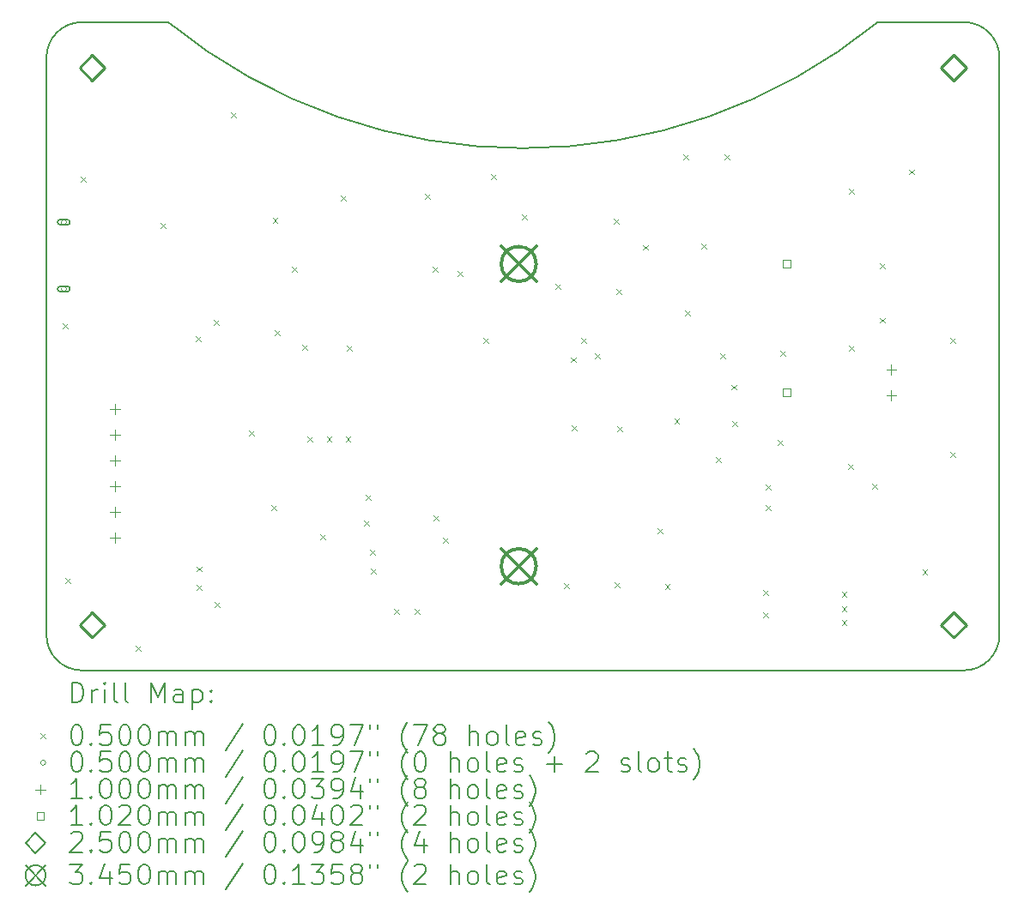
<source format=gbr>
%TF.GenerationSoftware,KiCad,Pcbnew,6.0.11-2627ca5db0~126~ubuntu20.04.1*%
%TF.CreationDate,2023-04-04T17:06:59-04:00*%
%TF.ProjectId,water_meter,77617465-725f-46d6-9574-65722e6b6963,rev?*%
%TF.SameCoordinates,Original*%
%TF.FileFunction,Drillmap*%
%TF.FilePolarity,Positive*%
%FSLAX45Y45*%
G04 Gerber Fmt 4.5, Leading zero omitted, Abs format (unit mm)*
G04 Created by KiCad (PCBNEW 6.0.11-2627ca5db0~126~ubuntu20.04.1) date 2023-04-04 17:06:59*
%MOMM*%
%LPD*%
G01*
G04 APERTURE LIST*
%ADD10C,0.150000*%
%ADD11C,0.200000*%
%ADD12C,0.050000*%
%ADD13C,0.100000*%
%ADD14C,0.102000*%
%ADD15C,0.250000*%
%ADD16C,0.345000*%
G04 APERTURE END LIST*
D10*
X11385000Y-8366000D02*
X12235000Y-8366000D01*
X11035000Y-8716000D02*
X11035000Y-14416000D01*
X19235000Y-8366000D02*
X20085000Y-8366000D01*
X20435000Y-14416000D02*
X20435000Y-8716000D01*
X12235000Y-8366000D02*
G75*
G03*
X19235000Y-8366000I3500000J4300000D01*
G01*
X11035000Y-14416000D02*
G75*
G03*
X11385000Y-14766000I350000J0D01*
G01*
X20435000Y-8716000D02*
G75*
G03*
X20085000Y-8366000I-350000J0D01*
G01*
X11385000Y-8366000D02*
G75*
G03*
X11035000Y-8716000I0J-350000D01*
G01*
X20085000Y-14766000D02*
G75*
G03*
X20435000Y-14416000I0J350000D01*
G01*
X11385000Y-14766000D02*
X20085000Y-14766000D01*
D11*
D12*
X11196000Y-11340000D02*
X11246000Y-11390000D01*
X11246000Y-11340000D02*
X11196000Y-11390000D01*
X11219000Y-13854000D02*
X11269000Y-13904000D01*
X11269000Y-13854000D02*
X11219000Y-13904000D01*
X11375000Y-9895000D02*
X11425000Y-9945000D01*
X11425000Y-9895000D02*
X11375000Y-9945000D01*
X11918000Y-14526000D02*
X11968000Y-14576000D01*
X11968000Y-14526000D02*
X11918000Y-14576000D01*
X12160000Y-10350000D02*
X12210000Y-10400000D01*
X12210000Y-10350000D02*
X12160000Y-10400000D01*
X12505000Y-11465000D02*
X12555000Y-11515000D01*
X12555000Y-11465000D02*
X12505000Y-11515000D01*
X12513000Y-13919000D02*
X12563000Y-13969000D01*
X12563000Y-13919000D02*
X12513000Y-13969000D01*
X12515000Y-13740000D02*
X12565000Y-13790000D01*
X12565000Y-13740000D02*
X12515000Y-13790000D01*
X12685000Y-11305000D02*
X12735000Y-11355000D01*
X12735000Y-11305000D02*
X12685000Y-11355000D01*
X12695000Y-14095000D02*
X12745000Y-14145000D01*
X12745000Y-14095000D02*
X12695000Y-14145000D01*
X12855000Y-9255000D02*
X12905000Y-9305000D01*
X12905000Y-9255000D02*
X12855000Y-9305000D01*
X13030600Y-12395600D02*
X13080600Y-12445600D01*
X13080600Y-12395600D02*
X13030600Y-12445600D01*
X13249000Y-13134000D02*
X13299000Y-13184000D01*
X13299000Y-13134000D02*
X13249000Y-13184000D01*
X13265000Y-10295000D02*
X13315000Y-10345000D01*
X13315000Y-10295000D02*
X13265000Y-10345000D01*
X13284600Y-11405000D02*
X13334600Y-11455000D01*
X13334600Y-11405000D02*
X13284600Y-11455000D01*
X13454400Y-10778000D02*
X13504400Y-10828000D01*
X13504400Y-10778000D02*
X13454400Y-10828000D01*
X13560000Y-11554000D02*
X13610000Y-11604000D01*
X13610000Y-11554000D02*
X13560000Y-11604000D01*
X13612000Y-12454000D02*
X13662000Y-12504000D01*
X13662000Y-12454000D02*
X13612000Y-12504000D01*
X13735000Y-13425000D02*
X13785000Y-13475000D01*
X13785000Y-13425000D02*
X13735000Y-13475000D01*
X13798500Y-12454000D02*
X13848500Y-12504000D01*
X13848500Y-12454000D02*
X13798500Y-12504000D01*
X13940000Y-10080000D02*
X13990000Y-10130000D01*
X13990000Y-10080000D02*
X13940000Y-10130000D01*
X13985000Y-12454000D02*
X14035000Y-12504000D01*
X14035000Y-12454000D02*
X13985000Y-12504000D01*
X13995800Y-11557400D02*
X14045800Y-11607400D01*
X14045800Y-11557400D02*
X13995800Y-11607400D01*
X14165000Y-13285000D02*
X14215000Y-13335000D01*
X14215000Y-13285000D02*
X14165000Y-13335000D01*
X14183000Y-13033000D02*
X14233000Y-13083000D01*
X14233000Y-13033000D02*
X14183000Y-13083000D01*
X14223000Y-13574000D02*
X14273000Y-13624000D01*
X14273000Y-13574000D02*
X14223000Y-13624000D01*
X14232000Y-13765000D02*
X14282000Y-13815000D01*
X14282000Y-13765000D02*
X14232000Y-13815000D01*
X14464000Y-14158000D02*
X14514000Y-14208000D01*
X14514000Y-14158000D02*
X14464000Y-14208000D01*
X14670000Y-14160000D02*
X14720000Y-14210000D01*
X14720000Y-14160000D02*
X14670000Y-14210000D01*
X14765000Y-10060000D02*
X14815000Y-10110000D01*
X14815000Y-10060000D02*
X14765000Y-10110000D01*
X14844000Y-10778000D02*
X14894000Y-10828000D01*
X14894000Y-10778000D02*
X14844000Y-10828000D01*
X14855000Y-13237000D02*
X14905000Y-13287000D01*
X14905000Y-13237000D02*
X14855000Y-13287000D01*
X14947000Y-13453000D02*
X14997000Y-13503000D01*
X14997000Y-13453000D02*
X14947000Y-13503000D01*
X15088000Y-10820800D02*
X15138000Y-10870800D01*
X15138000Y-10820800D02*
X15088000Y-10870800D01*
X15342000Y-11481200D02*
X15392000Y-11531200D01*
X15392000Y-11481200D02*
X15342000Y-11531200D01*
X15423000Y-9865000D02*
X15473000Y-9915000D01*
X15473000Y-9865000D02*
X15423000Y-9915000D01*
X15723000Y-10262000D02*
X15773000Y-10312000D01*
X15773000Y-10262000D02*
X15723000Y-10312000D01*
X16053200Y-10947800D02*
X16103200Y-10997800D01*
X16103200Y-10947800D02*
X16053200Y-10997800D01*
X16140000Y-13905000D02*
X16190000Y-13955000D01*
X16190000Y-13905000D02*
X16140000Y-13955000D01*
X16207000Y-11674000D02*
X16257000Y-11724000D01*
X16257000Y-11674000D02*
X16207000Y-11724000D01*
X16215000Y-12347000D02*
X16265000Y-12397000D01*
X16265000Y-12347000D02*
X16215000Y-12397000D01*
X16307200Y-11481200D02*
X16357200Y-11531200D01*
X16357200Y-11481200D02*
X16307200Y-11531200D01*
X16444000Y-11633000D02*
X16494000Y-11683000D01*
X16494000Y-11633000D02*
X16444000Y-11683000D01*
X16632000Y-10304000D02*
X16682000Y-10354000D01*
X16682000Y-10304000D02*
X16632000Y-10354000D01*
X16636500Y-13900000D02*
X16686500Y-13950000D01*
X16686500Y-13900000D02*
X16636500Y-13950000D01*
X16655000Y-11000000D02*
X16705000Y-11050000D01*
X16705000Y-11000000D02*
X16655000Y-11050000D01*
X16664500Y-12352000D02*
X16714500Y-12402000D01*
X16714500Y-12352000D02*
X16664500Y-12402000D01*
X16915000Y-10565000D02*
X16965000Y-10615000D01*
X16965000Y-10565000D02*
X16915000Y-10615000D01*
X17065000Y-13365000D02*
X17115000Y-13415000D01*
X17115000Y-13365000D02*
X17065000Y-13415000D01*
X17135000Y-13910000D02*
X17185000Y-13960000D01*
X17185000Y-13910000D02*
X17135000Y-13960000D01*
X17228000Y-12279000D02*
X17278000Y-12329000D01*
X17278000Y-12279000D02*
X17228000Y-12329000D01*
X17320000Y-9670000D02*
X17370000Y-9720000D01*
X17370000Y-9670000D02*
X17320000Y-9720000D01*
X17332000Y-11216000D02*
X17382000Y-11266000D01*
X17382000Y-11216000D02*
X17332000Y-11266000D01*
X17495000Y-10555000D02*
X17545000Y-10605000D01*
X17545000Y-10555000D02*
X17495000Y-10605000D01*
X17635000Y-12661000D02*
X17685000Y-12711000D01*
X17685000Y-12661000D02*
X17635000Y-12711000D01*
X17679000Y-11638000D02*
X17729000Y-11688000D01*
X17729000Y-11638000D02*
X17679000Y-11688000D01*
X17720000Y-9670000D02*
X17770000Y-9720000D01*
X17770000Y-9670000D02*
X17720000Y-9720000D01*
X17789000Y-11945000D02*
X17839000Y-11995000D01*
X17839000Y-11945000D02*
X17789000Y-11995000D01*
X17799000Y-12306000D02*
X17849000Y-12356000D01*
X17849000Y-12306000D02*
X17799000Y-12356000D01*
X18105000Y-13970000D02*
X18155000Y-14020000D01*
X18155000Y-13970000D02*
X18105000Y-14020000D01*
X18105000Y-14195000D02*
X18155000Y-14245000D01*
X18155000Y-14195000D02*
X18105000Y-14245000D01*
X18127000Y-12928000D02*
X18177000Y-12978000D01*
X18177000Y-12928000D02*
X18127000Y-12978000D01*
X18130000Y-13137000D02*
X18180000Y-13187000D01*
X18180000Y-13137000D02*
X18130000Y-13187000D01*
X18248000Y-12495000D02*
X18298000Y-12545000D01*
X18298000Y-12495000D02*
X18248000Y-12545000D01*
X18271000Y-11611000D02*
X18321000Y-11661000D01*
X18321000Y-11611000D02*
X18271000Y-11661000D01*
X18879000Y-13987000D02*
X18929000Y-14037000D01*
X18929000Y-13987000D02*
X18879000Y-14037000D01*
X18879000Y-14136000D02*
X18929000Y-14186000D01*
X18929000Y-14136000D02*
X18879000Y-14186000D01*
X18879000Y-14272000D02*
X18929000Y-14322000D01*
X18929000Y-14272000D02*
X18879000Y-14322000D01*
X18944000Y-12730000D02*
X18994000Y-12780000D01*
X18994000Y-12730000D02*
X18944000Y-12780000D01*
X18947000Y-11562000D02*
X18997000Y-11612000D01*
X18997000Y-11562000D02*
X18947000Y-11612000D01*
X18949000Y-10011500D02*
X18999000Y-10061500D01*
X18999000Y-10011500D02*
X18949000Y-10061500D01*
X19180000Y-12925000D02*
X19230000Y-12975000D01*
X19230000Y-12925000D02*
X19180000Y-12975000D01*
X19255000Y-10750000D02*
X19305000Y-10800000D01*
X19305000Y-10750000D02*
X19255000Y-10800000D01*
X19255000Y-11285000D02*
X19305000Y-11335000D01*
X19305000Y-11285000D02*
X19255000Y-11335000D01*
X19540000Y-9820000D02*
X19590000Y-9870000D01*
X19590000Y-9820000D02*
X19540000Y-9870000D01*
X19675000Y-13770000D02*
X19725000Y-13820000D01*
X19725000Y-13770000D02*
X19675000Y-13820000D01*
X19951000Y-11483000D02*
X20001000Y-11533000D01*
X20001000Y-11483000D02*
X19951000Y-11533000D01*
X19953000Y-12607000D02*
X20003000Y-12657000D01*
X20003000Y-12607000D02*
X19953000Y-12657000D01*
X11231250Y-10340575D02*
G75*
G03*
X11231250Y-10340575I-25000J0D01*
G01*
D11*
X11241250Y-10315575D02*
X11171250Y-10315575D01*
X11241250Y-10365575D02*
X11171250Y-10365575D01*
X11171250Y-10315575D02*
G75*
G03*
X11171250Y-10365575I0J-25000D01*
G01*
X11241250Y-10365575D02*
G75*
G03*
X11241250Y-10315575I0J25000D01*
G01*
D12*
X11231250Y-11000575D02*
G75*
G03*
X11231250Y-11000575I-25000J0D01*
G01*
D11*
X11241250Y-10975575D02*
X11171250Y-10975575D01*
X11241250Y-11025575D02*
X11171250Y-11025575D01*
X11171250Y-10975575D02*
G75*
G03*
X11171250Y-11025575I0J-25000D01*
G01*
X11241250Y-11025575D02*
G75*
G03*
X11241250Y-10975575I0J25000D01*
G01*
D13*
X11710333Y-12138000D02*
X11710333Y-12238000D01*
X11660333Y-12188000D02*
X11760333Y-12188000D01*
X11710333Y-12392000D02*
X11710333Y-12492000D01*
X11660333Y-12442000D02*
X11760333Y-12442000D01*
X11710333Y-12646000D02*
X11710333Y-12746000D01*
X11660333Y-12696000D02*
X11760333Y-12696000D01*
X11710333Y-12900000D02*
X11710333Y-13000000D01*
X11660333Y-12950000D02*
X11760333Y-12950000D01*
X11710333Y-13154000D02*
X11710333Y-13254000D01*
X11660333Y-13204000D02*
X11760333Y-13204000D01*
X11710333Y-13408000D02*
X11710333Y-13508000D01*
X11660333Y-13458000D02*
X11760333Y-13458000D01*
X19369000Y-11748000D02*
X19369000Y-11848000D01*
X19319000Y-11798000D02*
X19419000Y-11798000D01*
X19369000Y-12002000D02*
X19369000Y-12102000D01*
X19319000Y-12052000D02*
X19419000Y-12052000D01*
D14*
X18371563Y-10789063D02*
X18371563Y-10716937D01*
X18299437Y-10716937D01*
X18299437Y-10789063D01*
X18371563Y-10789063D01*
X18371563Y-12059063D02*
X18371563Y-11986937D01*
X18299437Y-11986937D01*
X18299437Y-12059063D01*
X18371563Y-12059063D01*
D15*
X11485000Y-8941000D02*
X11610000Y-8816000D01*
X11485000Y-8691000D01*
X11360000Y-8816000D01*
X11485000Y-8941000D01*
X11485000Y-14441000D02*
X11610000Y-14316000D01*
X11485000Y-14191000D01*
X11360000Y-14316000D01*
X11485000Y-14441000D01*
X19985000Y-8941000D02*
X20110000Y-8816000D01*
X19985000Y-8691000D01*
X19860000Y-8816000D01*
X19985000Y-8941000D01*
X19985000Y-14441000D02*
X20110000Y-14316000D01*
X19985000Y-14191000D01*
X19860000Y-14316000D01*
X19985000Y-14441000D01*
D16*
X15521000Y-10580500D02*
X15866000Y-10925500D01*
X15866000Y-10580500D02*
X15521000Y-10925500D01*
X15866000Y-10753000D02*
G75*
G03*
X15866000Y-10753000I-172500J0D01*
G01*
X15521000Y-13565500D02*
X15866000Y-13910500D01*
X15866000Y-13565500D02*
X15521000Y-13910500D01*
X15866000Y-13738000D02*
G75*
G03*
X15866000Y-13738000I-172500J0D01*
G01*
D11*
X11285119Y-15083976D02*
X11285119Y-14883976D01*
X11332738Y-14883976D01*
X11361309Y-14893500D01*
X11380357Y-14912548D01*
X11389881Y-14931595D01*
X11399405Y-14969690D01*
X11399405Y-14998262D01*
X11389881Y-15036357D01*
X11380357Y-15055405D01*
X11361309Y-15074452D01*
X11332738Y-15083976D01*
X11285119Y-15083976D01*
X11485119Y-15083976D02*
X11485119Y-14950643D01*
X11485119Y-14988738D02*
X11494643Y-14969690D01*
X11504167Y-14960167D01*
X11523214Y-14950643D01*
X11542262Y-14950643D01*
X11608928Y-15083976D02*
X11608928Y-14950643D01*
X11608928Y-14883976D02*
X11599405Y-14893500D01*
X11608928Y-14903024D01*
X11618452Y-14893500D01*
X11608928Y-14883976D01*
X11608928Y-14903024D01*
X11732738Y-15083976D02*
X11713690Y-15074452D01*
X11704167Y-15055405D01*
X11704167Y-14883976D01*
X11837500Y-15083976D02*
X11818452Y-15074452D01*
X11808928Y-15055405D01*
X11808928Y-14883976D01*
X12066071Y-15083976D02*
X12066071Y-14883976D01*
X12132738Y-15026833D01*
X12199405Y-14883976D01*
X12199405Y-15083976D01*
X12380357Y-15083976D02*
X12380357Y-14979214D01*
X12370833Y-14960167D01*
X12351786Y-14950643D01*
X12313690Y-14950643D01*
X12294643Y-14960167D01*
X12380357Y-15074452D02*
X12361309Y-15083976D01*
X12313690Y-15083976D01*
X12294643Y-15074452D01*
X12285119Y-15055405D01*
X12285119Y-15036357D01*
X12294643Y-15017309D01*
X12313690Y-15007786D01*
X12361309Y-15007786D01*
X12380357Y-14998262D01*
X12475595Y-14950643D02*
X12475595Y-15150643D01*
X12475595Y-14960167D02*
X12494643Y-14950643D01*
X12532738Y-14950643D01*
X12551786Y-14960167D01*
X12561309Y-14969690D01*
X12570833Y-14988738D01*
X12570833Y-15045881D01*
X12561309Y-15064928D01*
X12551786Y-15074452D01*
X12532738Y-15083976D01*
X12494643Y-15083976D01*
X12475595Y-15074452D01*
X12656548Y-15064928D02*
X12666071Y-15074452D01*
X12656548Y-15083976D01*
X12647024Y-15074452D01*
X12656548Y-15064928D01*
X12656548Y-15083976D01*
X12656548Y-14960167D02*
X12666071Y-14969690D01*
X12656548Y-14979214D01*
X12647024Y-14969690D01*
X12656548Y-14960167D01*
X12656548Y-14979214D01*
D12*
X10977500Y-15388500D02*
X11027500Y-15438500D01*
X11027500Y-15388500D02*
X10977500Y-15438500D01*
D11*
X11323214Y-15303976D02*
X11342262Y-15303976D01*
X11361309Y-15313500D01*
X11370833Y-15323024D01*
X11380357Y-15342071D01*
X11389881Y-15380167D01*
X11389881Y-15427786D01*
X11380357Y-15465881D01*
X11370833Y-15484928D01*
X11361309Y-15494452D01*
X11342262Y-15503976D01*
X11323214Y-15503976D01*
X11304167Y-15494452D01*
X11294643Y-15484928D01*
X11285119Y-15465881D01*
X11275595Y-15427786D01*
X11275595Y-15380167D01*
X11285119Y-15342071D01*
X11294643Y-15323024D01*
X11304167Y-15313500D01*
X11323214Y-15303976D01*
X11475595Y-15484928D02*
X11485119Y-15494452D01*
X11475595Y-15503976D01*
X11466071Y-15494452D01*
X11475595Y-15484928D01*
X11475595Y-15503976D01*
X11666071Y-15303976D02*
X11570833Y-15303976D01*
X11561309Y-15399214D01*
X11570833Y-15389690D01*
X11589881Y-15380167D01*
X11637500Y-15380167D01*
X11656548Y-15389690D01*
X11666071Y-15399214D01*
X11675595Y-15418262D01*
X11675595Y-15465881D01*
X11666071Y-15484928D01*
X11656548Y-15494452D01*
X11637500Y-15503976D01*
X11589881Y-15503976D01*
X11570833Y-15494452D01*
X11561309Y-15484928D01*
X11799405Y-15303976D02*
X11818452Y-15303976D01*
X11837500Y-15313500D01*
X11847024Y-15323024D01*
X11856548Y-15342071D01*
X11866071Y-15380167D01*
X11866071Y-15427786D01*
X11856548Y-15465881D01*
X11847024Y-15484928D01*
X11837500Y-15494452D01*
X11818452Y-15503976D01*
X11799405Y-15503976D01*
X11780357Y-15494452D01*
X11770833Y-15484928D01*
X11761309Y-15465881D01*
X11751786Y-15427786D01*
X11751786Y-15380167D01*
X11761309Y-15342071D01*
X11770833Y-15323024D01*
X11780357Y-15313500D01*
X11799405Y-15303976D01*
X11989881Y-15303976D02*
X12008928Y-15303976D01*
X12027976Y-15313500D01*
X12037500Y-15323024D01*
X12047024Y-15342071D01*
X12056548Y-15380167D01*
X12056548Y-15427786D01*
X12047024Y-15465881D01*
X12037500Y-15484928D01*
X12027976Y-15494452D01*
X12008928Y-15503976D01*
X11989881Y-15503976D01*
X11970833Y-15494452D01*
X11961309Y-15484928D01*
X11951786Y-15465881D01*
X11942262Y-15427786D01*
X11942262Y-15380167D01*
X11951786Y-15342071D01*
X11961309Y-15323024D01*
X11970833Y-15313500D01*
X11989881Y-15303976D01*
X12142262Y-15503976D02*
X12142262Y-15370643D01*
X12142262Y-15389690D02*
X12151786Y-15380167D01*
X12170833Y-15370643D01*
X12199405Y-15370643D01*
X12218452Y-15380167D01*
X12227976Y-15399214D01*
X12227976Y-15503976D01*
X12227976Y-15399214D02*
X12237500Y-15380167D01*
X12256548Y-15370643D01*
X12285119Y-15370643D01*
X12304167Y-15380167D01*
X12313690Y-15399214D01*
X12313690Y-15503976D01*
X12408928Y-15503976D02*
X12408928Y-15370643D01*
X12408928Y-15389690D02*
X12418452Y-15380167D01*
X12437500Y-15370643D01*
X12466071Y-15370643D01*
X12485119Y-15380167D01*
X12494643Y-15399214D01*
X12494643Y-15503976D01*
X12494643Y-15399214D02*
X12504167Y-15380167D01*
X12523214Y-15370643D01*
X12551786Y-15370643D01*
X12570833Y-15380167D01*
X12580357Y-15399214D01*
X12580357Y-15503976D01*
X12970833Y-15294452D02*
X12799405Y-15551595D01*
X13227976Y-15303976D02*
X13247024Y-15303976D01*
X13266071Y-15313500D01*
X13275595Y-15323024D01*
X13285119Y-15342071D01*
X13294643Y-15380167D01*
X13294643Y-15427786D01*
X13285119Y-15465881D01*
X13275595Y-15484928D01*
X13266071Y-15494452D01*
X13247024Y-15503976D01*
X13227976Y-15503976D01*
X13208928Y-15494452D01*
X13199405Y-15484928D01*
X13189881Y-15465881D01*
X13180357Y-15427786D01*
X13180357Y-15380167D01*
X13189881Y-15342071D01*
X13199405Y-15323024D01*
X13208928Y-15313500D01*
X13227976Y-15303976D01*
X13380357Y-15484928D02*
X13389881Y-15494452D01*
X13380357Y-15503976D01*
X13370833Y-15494452D01*
X13380357Y-15484928D01*
X13380357Y-15503976D01*
X13513690Y-15303976D02*
X13532738Y-15303976D01*
X13551786Y-15313500D01*
X13561309Y-15323024D01*
X13570833Y-15342071D01*
X13580357Y-15380167D01*
X13580357Y-15427786D01*
X13570833Y-15465881D01*
X13561309Y-15484928D01*
X13551786Y-15494452D01*
X13532738Y-15503976D01*
X13513690Y-15503976D01*
X13494643Y-15494452D01*
X13485119Y-15484928D01*
X13475595Y-15465881D01*
X13466071Y-15427786D01*
X13466071Y-15380167D01*
X13475595Y-15342071D01*
X13485119Y-15323024D01*
X13494643Y-15313500D01*
X13513690Y-15303976D01*
X13770833Y-15503976D02*
X13656548Y-15503976D01*
X13713690Y-15503976D02*
X13713690Y-15303976D01*
X13694643Y-15332548D01*
X13675595Y-15351595D01*
X13656548Y-15361119D01*
X13866071Y-15503976D02*
X13904167Y-15503976D01*
X13923214Y-15494452D01*
X13932738Y-15484928D01*
X13951786Y-15456357D01*
X13961309Y-15418262D01*
X13961309Y-15342071D01*
X13951786Y-15323024D01*
X13942262Y-15313500D01*
X13923214Y-15303976D01*
X13885119Y-15303976D01*
X13866071Y-15313500D01*
X13856548Y-15323024D01*
X13847024Y-15342071D01*
X13847024Y-15389690D01*
X13856548Y-15408738D01*
X13866071Y-15418262D01*
X13885119Y-15427786D01*
X13923214Y-15427786D01*
X13942262Y-15418262D01*
X13951786Y-15408738D01*
X13961309Y-15389690D01*
X14027976Y-15303976D02*
X14161309Y-15303976D01*
X14075595Y-15503976D01*
X14227976Y-15303976D02*
X14227976Y-15342071D01*
X14304167Y-15303976D02*
X14304167Y-15342071D01*
X14599405Y-15580167D02*
X14589881Y-15570643D01*
X14570833Y-15542071D01*
X14561309Y-15523024D01*
X14551786Y-15494452D01*
X14542262Y-15446833D01*
X14542262Y-15408738D01*
X14551786Y-15361119D01*
X14561309Y-15332548D01*
X14570833Y-15313500D01*
X14589881Y-15284928D01*
X14599405Y-15275405D01*
X14656548Y-15303976D02*
X14789881Y-15303976D01*
X14704167Y-15503976D01*
X14894643Y-15389690D02*
X14875595Y-15380167D01*
X14866071Y-15370643D01*
X14856548Y-15351595D01*
X14856548Y-15342071D01*
X14866071Y-15323024D01*
X14875595Y-15313500D01*
X14894643Y-15303976D01*
X14932738Y-15303976D01*
X14951786Y-15313500D01*
X14961309Y-15323024D01*
X14970833Y-15342071D01*
X14970833Y-15351595D01*
X14961309Y-15370643D01*
X14951786Y-15380167D01*
X14932738Y-15389690D01*
X14894643Y-15389690D01*
X14875595Y-15399214D01*
X14866071Y-15408738D01*
X14856548Y-15427786D01*
X14856548Y-15465881D01*
X14866071Y-15484928D01*
X14875595Y-15494452D01*
X14894643Y-15503976D01*
X14932738Y-15503976D01*
X14951786Y-15494452D01*
X14961309Y-15484928D01*
X14970833Y-15465881D01*
X14970833Y-15427786D01*
X14961309Y-15408738D01*
X14951786Y-15399214D01*
X14932738Y-15389690D01*
X15208928Y-15503976D02*
X15208928Y-15303976D01*
X15294643Y-15503976D02*
X15294643Y-15399214D01*
X15285119Y-15380167D01*
X15266071Y-15370643D01*
X15237500Y-15370643D01*
X15218452Y-15380167D01*
X15208928Y-15389690D01*
X15418452Y-15503976D02*
X15399405Y-15494452D01*
X15389881Y-15484928D01*
X15380357Y-15465881D01*
X15380357Y-15408738D01*
X15389881Y-15389690D01*
X15399405Y-15380167D01*
X15418452Y-15370643D01*
X15447024Y-15370643D01*
X15466071Y-15380167D01*
X15475595Y-15389690D01*
X15485119Y-15408738D01*
X15485119Y-15465881D01*
X15475595Y-15484928D01*
X15466071Y-15494452D01*
X15447024Y-15503976D01*
X15418452Y-15503976D01*
X15599405Y-15503976D02*
X15580357Y-15494452D01*
X15570833Y-15475405D01*
X15570833Y-15303976D01*
X15751786Y-15494452D02*
X15732738Y-15503976D01*
X15694643Y-15503976D01*
X15675595Y-15494452D01*
X15666071Y-15475405D01*
X15666071Y-15399214D01*
X15675595Y-15380167D01*
X15694643Y-15370643D01*
X15732738Y-15370643D01*
X15751786Y-15380167D01*
X15761309Y-15399214D01*
X15761309Y-15418262D01*
X15666071Y-15437309D01*
X15837500Y-15494452D02*
X15856548Y-15503976D01*
X15894643Y-15503976D01*
X15913690Y-15494452D01*
X15923214Y-15475405D01*
X15923214Y-15465881D01*
X15913690Y-15446833D01*
X15894643Y-15437309D01*
X15866071Y-15437309D01*
X15847024Y-15427786D01*
X15837500Y-15408738D01*
X15837500Y-15399214D01*
X15847024Y-15380167D01*
X15866071Y-15370643D01*
X15894643Y-15370643D01*
X15913690Y-15380167D01*
X15989881Y-15580167D02*
X15999405Y-15570643D01*
X16018452Y-15542071D01*
X16027976Y-15523024D01*
X16037500Y-15494452D01*
X16047024Y-15446833D01*
X16047024Y-15408738D01*
X16037500Y-15361119D01*
X16027976Y-15332548D01*
X16018452Y-15313500D01*
X15999405Y-15284928D01*
X15989881Y-15275405D01*
D12*
X11027500Y-15677500D02*
G75*
G03*
X11027500Y-15677500I-25000J0D01*
G01*
D11*
X11323214Y-15567976D02*
X11342262Y-15567976D01*
X11361309Y-15577500D01*
X11370833Y-15587024D01*
X11380357Y-15606071D01*
X11389881Y-15644167D01*
X11389881Y-15691786D01*
X11380357Y-15729881D01*
X11370833Y-15748928D01*
X11361309Y-15758452D01*
X11342262Y-15767976D01*
X11323214Y-15767976D01*
X11304167Y-15758452D01*
X11294643Y-15748928D01*
X11285119Y-15729881D01*
X11275595Y-15691786D01*
X11275595Y-15644167D01*
X11285119Y-15606071D01*
X11294643Y-15587024D01*
X11304167Y-15577500D01*
X11323214Y-15567976D01*
X11475595Y-15748928D02*
X11485119Y-15758452D01*
X11475595Y-15767976D01*
X11466071Y-15758452D01*
X11475595Y-15748928D01*
X11475595Y-15767976D01*
X11666071Y-15567976D02*
X11570833Y-15567976D01*
X11561309Y-15663214D01*
X11570833Y-15653690D01*
X11589881Y-15644167D01*
X11637500Y-15644167D01*
X11656548Y-15653690D01*
X11666071Y-15663214D01*
X11675595Y-15682262D01*
X11675595Y-15729881D01*
X11666071Y-15748928D01*
X11656548Y-15758452D01*
X11637500Y-15767976D01*
X11589881Y-15767976D01*
X11570833Y-15758452D01*
X11561309Y-15748928D01*
X11799405Y-15567976D02*
X11818452Y-15567976D01*
X11837500Y-15577500D01*
X11847024Y-15587024D01*
X11856548Y-15606071D01*
X11866071Y-15644167D01*
X11866071Y-15691786D01*
X11856548Y-15729881D01*
X11847024Y-15748928D01*
X11837500Y-15758452D01*
X11818452Y-15767976D01*
X11799405Y-15767976D01*
X11780357Y-15758452D01*
X11770833Y-15748928D01*
X11761309Y-15729881D01*
X11751786Y-15691786D01*
X11751786Y-15644167D01*
X11761309Y-15606071D01*
X11770833Y-15587024D01*
X11780357Y-15577500D01*
X11799405Y-15567976D01*
X11989881Y-15567976D02*
X12008928Y-15567976D01*
X12027976Y-15577500D01*
X12037500Y-15587024D01*
X12047024Y-15606071D01*
X12056548Y-15644167D01*
X12056548Y-15691786D01*
X12047024Y-15729881D01*
X12037500Y-15748928D01*
X12027976Y-15758452D01*
X12008928Y-15767976D01*
X11989881Y-15767976D01*
X11970833Y-15758452D01*
X11961309Y-15748928D01*
X11951786Y-15729881D01*
X11942262Y-15691786D01*
X11942262Y-15644167D01*
X11951786Y-15606071D01*
X11961309Y-15587024D01*
X11970833Y-15577500D01*
X11989881Y-15567976D01*
X12142262Y-15767976D02*
X12142262Y-15634643D01*
X12142262Y-15653690D02*
X12151786Y-15644167D01*
X12170833Y-15634643D01*
X12199405Y-15634643D01*
X12218452Y-15644167D01*
X12227976Y-15663214D01*
X12227976Y-15767976D01*
X12227976Y-15663214D02*
X12237500Y-15644167D01*
X12256548Y-15634643D01*
X12285119Y-15634643D01*
X12304167Y-15644167D01*
X12313690Y-15663214D01*
X12313690Y-15767976D01*
X12408928Y-15767976D02*
X12408928Y-15634643D01*
X12408928Y-15653690D02*
X12418452Y-15644167D01*
X12437500Y-15634643D01*
X12466071Y-15634643D01*
X12485119Y-15644167D01*
X12494643Y-15663214D01*
X12494643Y-15767976D01*
X12494643Y-15663214D02*
X12504167Y-15644167D01*
X12523214Y-15634643D01*
X12551786Y-15634643D01*
X12570833Y-15644167D01*
X12580357Y-15663214D01*
X12580357Y-15767976D01*
X12970833Y-15558452D02*
X12799405Y-15815595D01*
X13227976Y-15567976D02*
X13247024Y-15567976D01*
X13266071Y-15577500D01*
X13275595Y-15587024D01*
X13285119Y-15606071D01*
X13294643Y-15644167D01*
X13294643Y-15691786D01*
X13285119Y-15729881D01*
X13275595Y-15748928D01*
X13266071Y-15758452D01*
X13247024Y-15767976D01*
X13227976Y-15767976D01*
X13208928Y-15758452D01*
X13199405Y-15748928D01*
X13189881Y-15729881D01*
X13180357Y-15691786D01*
X13180357Y-15644167D01*
X13189881Y-15606071D01*
X13199405Y-15587024D01*
X13208928Y-15577500D01*
X13227976Y-15567976D01*
X13380357Y-15748928D02*
X13389881Y-15758452D01*
X13380357Y-15767976D01*
X13370833Y-15758452D01*
X13380357Y-15748928D01*
X13380357Y-15767976D01*
X13513690Y-15567976D02*
X13532738Y-15567976D01*
X13551786Y-15577500D01*
X13561309Y-15587024D01*
X13570833Y-15606071D01*
X13580357Y-15644167D01*
X13580357Y-15691786D01*
X13570833Y-15729881D01*
X13561309Y-15748928D01*
X13551786Y-15758452D01*
X13532738Y-15767976D01*
X13513690Y-15767976D01*
X13494643Y-15758452D01*
X13485119Y-15748928D01*
X13475595Y-15729881D01*
X13466071Y-15691786D01*
X13466071Y-15644167D01*
X13475595Y-15606071D01*
X13485119Y-15587024D01*
X13494643Y-15577500D01*
X13513690Y-15567976D01*
X13770833Y-15767976D02*
X13656548Y-15767976D01*
X13713690Y-15767976D02*
X13713690Y-15567976D01*
X13694643Y-15596548D01*
X13675595Y-15615595D01*
X13656548Y-15625119D01*
X13866071Y-15767976D02*
X13904167Y-15767976D01*
X13923214Y-15758452D01*
X13932738Y-15748928D01*
X13951786Y-15720357D01*
X13961309Y-15682262D01*
X13961309Y-15606071D01*
X13951786Y-15587024D01*
X13942262Y-15577500D01*
X13923214Y-15567976D01*
X13885119Y-15567976D01*
X13866071Y-15577500D01*
X13856548Y-15587024D01*
X13847024Y-15606071D01*
X13847024Y-15653690D01*
X13856548Y-15672738D01*
X13866071Y-15682262D01*
X13885119Y-15691786D01*
X13923214Y-15691786D01*
X13942262Y-15682262D01*
X13951786Y-15672738D01*
X13961309Y-15653690D01*
X14027976Y-15567976D02*
X14161309Y-15567976D01*
X14075595Y-15767976D01*
X14227976Y-15567976D02*
X14227976Y-15606071D01*
X14304167Y-15567976D02*
X14304167Y-15606071D01*
X14599405Y-15844167D02*
X14589881Y-15834643D01*
X14570833Y-15806071D01*
X14561309Y-15787024D01*
X14551786Y-15758452D01*
X14542262Y-15710833D01*
X14542262Y-15672738D01*
X14551786Y-15625119D01*
X14561309Y-15596548D01*
X14570833Y-15577500D01*
X14589881Y-15548928D01*
X14599405Y-15539405D01*
X14713690Y-15567976D02*
X14732738Y-15567976D01*
X14751786Y-15577500D01*
X14761309Y-15587024D01*
X14770833Y-15606071D01*
X14780357Y-15644167D01*
X14780357Y-15691786D01*
X14770833Y-15729881D01*
X14761309Y-15748928D01*
X14751786Y-15758452D01*
X14732738Y-15767976D01*
X14713690Y-15767976D01*
X14694643Y-15758452D01*
X14685119Y-15748928D01*
X14675595Y-15729881D01*
X14666071Y-15691786D01*
X14666071Y-15644167D01*
X14675595Y-15606071D01*
X14685119Y-15587024D01*
X14694643Y-15577500D01*
X14713690Y-15567976D01*
X15018452Y-15767976D02*
X15018452Y-15567976D01*
X15104167Y-15767976D02*
X15104167Y-15663214D01*
X15094643Y-15644167D01*
X15075595Y-15634643D01*
X15047024Y-15634643D01*
X15027976Y-15644167D01*
X15018452Y-15653690D01*
X15227976Y-15767976D02*
X15208928Y-15758452D01*
X15199405Y-15748928D01*
X15189881Y-15729881D01*
X15189881Y-15672738D01*
X15199405Y-15653690D01*
X15208928Y-15644167D01*
X15227976Y-15634643D01*
X15256548Y-15634643D01*
X15275595Y-15644167D01*
X15285119Y-15653690D01*
X15294643Y-15672738D01*
X15294643Y-15729881D01*
X15285119Y-15748928D01*
X15275595Y-15758452D01*
X15256548Y-15767976D01*
X15227976Y-15767976D01*
X15408928Y-15767976D02*
X15389881Y-15758452D01*
X15380357Y-15739405D01*
X15380357Y-15567976D01*
X15561309Y-15758452D02*
X15542262Y-15767976D01*
X15504167Y-15767976D01*
X15485119Y-15758452D01*
X15475595Y-15739405D01*
X15475595Y-15663214D01*
X15485119Y-15644167D01*
X15504167Y-15634643D01*
X15542262Y-15634643D01*
X15561309Y-15644167D01*
X15570833Y-15663214D01*
X15570833Y-15682262D01*
X15475595Y-15701309D01*
X15647024Y-15758452D02*
X15666071Y-15767976D01*
X15704167Y-15767976D01*
X15723214Y-15758452D01*
X15732738Y-15739405D01*
X15732738Y-15729881D01*
X15723214Y-15710833D01*
X15704167Y-15701309D01*
X15675595Y-15701309D01*
X15656548Y-15691786D01*
X15647024Y-15672738D01*
X15647024Y-15663214D01*
X15656548Y-15644167D01*
X15675595Y-15634643D01*
X15704167Y-15634643D01*
X15723214Y-15644167D01*
X15970833Y-15691786D02*
X16123214Y-15691786D01*
X16047024Y-15767976D02*
X16047024Y-15615595D01*
X16361309Y-15587024D02*
X16370833Y-15577500D01*
X16389881Y-15567976D01*
X16437500Y-15567976D01*
X16456548Y-15577500D01*
X16466071Y-15587024D01*
X16475595Y-15606071D01*
X16475595Y-15625119D01*
X16466071Y-15653690D01*
X16351786Y-15767976D01*
X16475595Y-15767976D01*
X16704167Y-15758452D02*
X16723214Y-15767976D01*
X16761309Y-15767976D01*
X16780357Y-15758452D01*
X16789881Y-15739405D01*
X16789881Y-15729881D01*
X16780357Y-15710833D01*
X16761309Y-15701309D01*
X16732738Y-15701309D01*
X16713690Y-15691786D01*
X16704167Y-15672738D01*
X16704167Y-15663214D01*
X16713690Y-15644167D01*
X16732738Y-15634643D01*
X16761309Y-15634643D01*
X16780357Y-15644167D01*
X16904167Y-15767976D02*
X16885119Y-15758452D01*
X16875595Y-15739405D01*
X16875595Y-15567976D01*
X17008929Y-15767976D02*
X16989881Y-15758452D01*
X16980357Y-15748928D01*
X16970833Y-15729881D01*
X16970833Y-15672738D01*
X16980357Y-15653690D01*
X16989881Y-15644167D01*
X17008929Y-15634643D01*
X17037500Y-15634643D01*
X17056548Y-15644167D01*
X17066071Y-15653690D01*
X17075595Y-15672738D01*
X17075595Y-15729881D01*
X17066071Y-15748928D01*
X17056548Y-15758452D01*
X17037500Y-15767976D01*
X17008929Y-15767976D01*
X17132738Y-15634643D02*
X17208929Y-15634643D01*
X17161310Y-15567976D02*
X17161310Y-15739405D01*
X17170833Y-15758452D01*
X17189881Y-15767976D01*
X17208929Y-15767976D01*
X17266071Y-15758452D02*
X17285119Y-15767976D01*
X17323214Y-15767976D01*
X17342262Y-15758452D01*
X17351786Y-15739405D01*
X17351786Y-15729881D01*
X17342262Y-15710833D01*
X17323214Y-15701309D01*
X17294643Y-15701309D01*
X17275595Y-15691786D01*
X17266071Y-15672738D01*
X17266071Y-15663214D01*
X17275595Y-15644167D01*
X17294643Y-15634643D01*
X17323214Y-15634643D01*
X17342262Y-15644167D01*
X17418452Y-15844167D02*
X17427976Y-15834643D01*
X17447024Y-15806071D01*
X17456548Y-15787024D01*
X17466071Y-15758452D01*
X17475595Y-15710833D01*
X17475595Y-15672738D01*
X17466071Y-15625119D01*
X17456548Y-15596548D01*
X17447024Y-15577500D01*
X17427976Y-15548928D01*
X17418452Y-15539405D01*
D13*
X10977500Y-15891500D02*
X10977500Y-15991500D01*
X10927500Y-15941500D02*
X11027500Y-15941500D01*
D11*
X11389881Y-16031976D02*
X11275595Y-16031976D01*
X11332738Y-16031976D02*
X11332738Y-15831976D01*
X11313690Y-15860548D01*
X11294643Y-15879595D01*
X11275595Y-15889119D01*
X11475595Y-16012928D02*
X11485119Y-16022452D01*
X11475595Y-16031976D01*
X11466071Y-16022452D01*
X11475595Y-16012928D01*
X11475595Y-16031976D01*
X11608928Y-15831976D02*
X11627976Y-15831976D01*
X11647024Y-15841500D01*
X11656548Y-15851024D01*
X11666071Y-15870071D01*
X11675595Y-15908167D01*
X11675595Y-15955786D01*
X11666071Y-15993881D01*
X11656548Y-16012928D01*
X11647024Y-16022452D01*
X11627976Y-16031976D01*
X11608928Y-16031976D01*
X11589881Y-16022452D01*
X11580357Y-16012928D01*
X11570833Y-15993881D01*
X11561309Y-15955786D01*
X11561309Y-15908167D01*
X11570833Y-15870071D01*
X11580357Y-15851024D01*
X11589881Y-15841500D01*
X11608928Y-15831976D01*
X11799405Y-15831976D02*
X11818452Y-15831976D01*
X11837500Y-15841500D01*
X11847024Y-15851024D01*
X11856548Y-15870071D01*
X11866071Y-15908167D01*
X11866071Y-15955786D01*
X11856548Y-15993881D01*
X11847024Y-16012928D01*
X11837500Y-16022452D01*
X11818452Y-16031976D01*
X11799405Y-16031976D01*
X11780357Y-16022452D01*
X11770833Y-16012928D01*
X11761309Y-15993881D01*
X11751786Y-15955786D01*
X11751786Y-15908167D01*
X11761309Y-15870071D01*
X11770833Y-15851024D01*
X11780357Y-15841500D01*
X11799405Y-15831976D01*
X11989881Y-15831976D02*
X12008928Y-15831976D01*
X12027976Y-15841500D01*
X12037500Y-15851024D01*
X12047024Y-15870071D01*
X12056548Y-15908167D01*
X12056548Y-15955786D01*
X12047024Y-15993881D01*
X12037500Y-16012928D01*
X12027976Y-16022452D01*
X12008928Y-16031976D01*
X11989881Y-16031976D01*
X11970833Y-16022452D01*
X11961309Y-16012928D01*
X11951786Y-15993881D01*
X11942262Y-15955786D01*
X11942262Y-15908167D01*
X11951786Y-15870071D01*
X11961309Y-15851024D01*
X11970833Y-15841500D01*
X11989881Y-15831976D01*
X12142262Y-16031976D02*
X12142262Y-15898643D01*
X12142262Y-15917690D02*
X12151786Y-15908167D01*
X12170833Y-15898643D01*
X12199405Y-15898643D01*
X12218452Y-15908167D01*
X12227976Y-15927214D01*
X12227976Y-16031976D01*
X12227976Y-15927214D02*
X12237500Y-15908167D01*
X12256548Y-15898643D01*
X12285119Y-15898643D01*
X12304167Y-15908167D01*
X12313690Y-15927214D01*
X12313690Y-16031976D01*
X12408928Y-16031976D02*
X12408928Y-15898643D01*
X12408928Y-15917690D02*
X12418452Y-15908167D01*
X12437500Y-15898643D01*
X12466071Y-15898643D01*
X12485119Y-15908167D01*
X12494643Y-15927214D01*
X12494643Y-16031976D01*
X12494643Y-15927214D02*
X12504167Y-15908167D01*
X12523214Y-15898643D01*
X12551786Y-15898643D01*
X12570833Y-15908167D01*
X12580357Y-15927214D01*
X12580357Y-16031976D01*
X12970833Y-15822452D02*
X12799405Y-16079595D01*
X13227976Y-15831976D02*
X13247024Y-15831976D01*
X13266071Y-15841500D01*
X13275595Y-15851024D01*
X13285119Y-15870071D01*
X13294643Y-15908167D01*
X13294643Y-15955786D01*
X13285119Y-15993881D01*
X13275595Y-16012928D01*
X13266071Y-16022452D01*
X13247024Y-16031976D01*
X13227976Y-16031976D01*
X13208928Y-16022452D01*
X13199405Y-16012928D01*
X13189881Y-15993881D01*
X13180357Y-15955786D01*
X13180357Y-15908167D01*
X13189881Y-15870071D01*
X13199405Y-15851024D01*
X13208928Y-15841500D01*
X13227976Y-15831976D01*
X13380357Y-16012928D02*
X13389881Y-16022452D01*
X13380357Y-16031976D01*
X13370833Y-16022452D01*
X13380357Y-16012928D01*
X13380357Y-16031976D01*
X13513690Y-15831976D02*
X13532738Y-15831976D01*
X13551786Y-15841500D01*
X13561309Y-15851024D01*
X13570833Y-15870071D01*
X13580357Y-15908167D01*
X13580357Y-15955786D01*
X13570833Y-15993881D01*
X13561309Y-16012928D01*
X13551786Y-16022452D01*
X13532738Y-16031976D01*
X13513690Y-16031976D01*
X13494643Y-16022452D01*
X13485119Y-16012928D01*
X13475595Y-15993881D01*
X13466071Y-15955786D01*
X13466071Y-15908167D01*
X13475595Y-15870071D01*
X13485119Y-15851024D01*
X13494643Y-15841500D01*
X13513690Y-15831976D01*
X13647024Y-15831976D02*
X13770833Y-15831976D01*
X13704167Y-15908167D01*
X13732738Y-15908167D01*
X13751786Y-15917690D01*
X13761309Y-15927214D01*
X13770833Y-15946262D01*
X13770833Y-15993881D01*
X13761309Y-16012928D01*
X13751786Y-16022452D01*
X13732738Y-16031976D01*
X13675595Y-16031976D01*
X13656548Y-16022452D01*
X13647024Y-16012928D01*
X13866071Y-16031976D02*
X13904167Y-16031976D01*
X13923214Y-16022452D01*
X13932738Y-16012928D01*
X13951786Y-15984357D01*
X13961309Y-15946262D01*
X13961309Y-15870071D01*
X13951786Y-15851024D01*
X13942262Y-15841500D01*
X13923214Y-15831976D01*
X13885119Y-15831976D01*
X13866071Y-15841500D01*
X13856548Y-15851024D01*
X13847024Y-15870071D01*
X13847024Y-15917690D01*
X13856548Y-15936738D01*
X13866071Y-15946262D01*
X13885119Y-15955786D01*
X13923214Y-15955786D01*
X13942262Y-15946262D01*
X13951786Y-15936738D01*
X13961309Y-15917690D01*
X14132738Y-15898643D02*
X14132738Y-16031976D01*
X14085119Y-15822452D02*
X14037500Y-15965309D01*
X14161309Y-15965309D01*
X14227976Y-15831976D02*
X14227976Y-15870071D01*
X14304167Y-15831976D02*
X14304167Y-15870071D01*
X14599405Y-16108167D02*
X14589881Y-16098643D01*
X14570833Y-16070071D01*
X14561309Y-16051024D01*
X14551786Y-16022452D01*
X14542262Y-15974833D01*
X14542262Y-15936738D01*
X14551786Y-15889119D01*
X14561309Y-15860548D01*
X14570833Y-15841500D01*
X14589881Y-15812928D01*
X14599405Y-15803405D01*
X14704167Y-15917690D02*
X14685119Y-15908167D01*
X14675595Y-15898643D01*
X14666071Y-15879595D01*
X14666071Y-15870071D01*
X14675595Y-15851024D01*
X14685119Y-15841500D01*
X14704167Y-15831976D01*
X14742262Y-15831976D01*
X14761309Y-15841500D01*
X14770833Y-15851024D01*
X14780357Y-15870071D01*
X14780357Y-15879595D01*
X14770833Y-15898643D01*
X14761309Y-15908167D01*
X14742262Y-15917690D01*
X14704167Y-15917690D01*
X14685119Y-15927214D01*
X14675595Y-15936738D01*
X14666071Y-15955786D01*
X14666071Y-15993881D01*
X14675595Y-16012928D01*
X14685119Y-16022452D01*
X14704167Y-16031976D01*
X14742262Y-16031976D01*
X14761309Y-16022452D01*
X14770833Y-16012928D01*
X14780357Y-15993881D01*
X14780357Y-15955786D01*
X14770833Y-15936738D01*
X14761309Y-15927214D01*
X14742262Y-15917690D01*
X15018452Y-16031976D02*
X15018452Y-15831976D01*
X15104167Y-16031976D02*
X15104167Y-15927214D01*
X15094643Y-15908167D01*
X15075595Y-15898643D01*
X15047024Y-15898643D01*
X15027976Y-15908167D01*
X15018452Y-15917690D01*
X15227976Y-16031976D02*
X15208928Y-16022452D01*
X15199405Y-16012928D01*
X15189881Y-15993881D01*
X15189881Y-15936738D01*
X15199405Y-15917690D01*
X15208928Y-15908167D01*
X15227976Y-15898643D01*
X15256548Y-15898643D01*
X15275595Y-15908167D01*
X15285119Y-15917690D01*
X15294643Y-15936738D01*
X15294643Y-15993881D01*
X15285119Y-16012928D01*
X15275595Y-16022452D01*
X15256548Y-16031976D01*
X15227976Y-16031976D01*
X15408928Y-16031976D02*
X15389881Y-16022452D01*
X15380357Y-16003405D01*
X15380357Y-15831976D01*
X15561309Y-16022452D02*
X15542262Y-16031976D01*
X15504167Y-16031976D01*
X15485119Y-16022452D01*
X15475595Y-16003405D01*
X15475595Y-15927214D01*
X15485119Y-15908167D01*
X15504167Y-15898643D01*
X15542262Y-15898643D01*
X15561309Y-15908167D01*
X15570833Y-15927214D01*
X15570833Y-15946262D01*
X15475595Y-15965309D01*
X15647024Y-16022452D02*
X15666071Y-16031976D01*
X15704167Y-16031976D01*
X15723214Y-16022452D01*
X15732738Y-16003405D01*
X15732738Y-15993881D01*
X15723214Y-15974833D01*
X15704167Y-15965309D01*
X15675595Y-15965309D01*
X15656548Y-15955786D01*
X15647024Y-15936738D01*
X15647024Y-15927214D01*
X15656548Y-15908167D01*
X15675595Y-15898643D01*
X15704167Y-15898643D01*
X15723214Y-15908167D01*
X15799405Y-16108167D02*
X15808928Y-16098643D01*
X15827976Y-16070071D01*
X15837500Y-16051024D01*
X15847024Y-16022452D01*
X15856548Y-15974833D01*
X15856548Y-15936738D01*
X15847024Y-15889119D01*
X15837500Y-15860548D01*
X15827976Y-15841500D01*
X15808928Y-15812928D01*
X15799405Y-15803405D01*
D14*
X11012563Y-16241563D02*
X11012563Y-16169437D01*
X10940437Y-16169437D01*
X10940437Y-16241563D01*
X11012563Y-16241563D01*
D11*
X11389881Y-16295976D02*
X11275595Y-16295976D01*
X11332738Y-16295976D02*
X11332738Y-16095976D01*
X11313690Y-16124548D01*
X11294643Y-16143595D01*
X11275595Y-16153119D01*
X11475595Y-16276928D02*
X11485119Y-16286452D01*
X11475595Y-16295976D01*
X11466071Y-16286452D01*
X11475595Y-16276928D01*
X11475595Y-16295976D01*
X11608928Y-16095976D02*
X11627976Y-16095976D01*
X11647024Y-16105500D01*
X11656548Y-16115024D01*
X11666071Y-16134071D01*
X11675595Y-16172167D01*
X11675595Y-16219786D01*
X11666071Y-16257881D01*
X11656548Y-16276928D01*
X11647024Y-16286452D01*
X11627976Y-16295976D01*
X11608928Y-16295976D01*
X11589881Y-16286452D01*
X11580357Y-16276928D01*
X11570833Y-16257881D01*
X11561309Y-16219786D01*
X11561309Y-16172167D01*
X11570833Y-16134071D01*
X11580357Y-16115024D01*
X11589881Y-16105500D01*
X11608928Y-16095976D01*
X11751786Y-16115024D02*
X11761309Y-16105500D01*
X11780357Y-16095976D01*
X11827976Y-16095976D01*
X11847024Y-16105500D01*
X11856548Y-16115024D01*
X11866071Y-16134071D01*
X11866071Y-16153119D01*
X11856548Y-16181690D01*
X11742262Y-16295976D01*
X11866071Y-16295976D01*
X11989881Y-16095976D02*
X12008928Y-16095976D01*
X12027976Y-16105500D01*
X12037500Y-16115024D01*
X12047024Y-16134071D01*
X12056548Y-16172167D01*
X12056548Y-16219786D01*
X12047024Y-16257881D01*
X12037500Y-16276928D01*
X12027976Y-16286452D01*
X12008928Y-16295976D01*
X11989881Y-16295976D01*
X11970833Y-16286452D01*
X11961309Y-16276928D01*
X11951786Y-16257881D01*
X11942262Y-16219786D01*
X11942262Y-16172167D01*
X11951786Y-16134071D01*
X11961309Y-16115024D01*
X11970833Y-16105500D01*
X11989881Y-16095976D01*
X12142262Y-16295976D02*
X12142262Y-16162643D01*
X12142262Y-16181690D02*
X12151786Y-16172167D01*
X12170833Y-16162643D01*
X12199405Y-16162643D01*
X12218452Y-16172167D01*
X12227976Y-16191214D01*
X12227976Y-16295976D01*
X12227976Y-16191214D02*
X12237500Y-16172167D01*
X12256548Y-16162643D01*
X12285119Y-16162643D01*
X12304167Y-16172167D01*
X12313690Y-16191214D01*
X12313690Y-16295976D01*
X12408928Y-16295976D02*
X12408928Y-16162643D01*
X12408928Y-16181690D02*
X12418452Y-16172167D01*
X12437500Y-16162643D01*
X12466071Y-16162643D01*
X12485119Y-16172167D01*
X12494643Y-16191214D01*
X12494643Y-16295976D01*
X12494643Y-16191214D02*
X12504167Y-16172167D01*
X12523214Y-16162643D01*
X12551786Y-16162643D01*
X12570833Y-16172167D01*
X12580357Y-16191214D01*
X12580357Y-16295976D01*
X12970833Y-16086452D02*
X12799405Y-16343595D01*
X13227976Y-16095976D02*
X13247024Y-16095976D01*
X13266071Y-16105500D01*
X13275595Y-16115024D01*
X13285119Y-16134071D01*
X13294643Y-16172167D01*
X13294643Y-16219786D01*
X13285119Y-16257881D01*
X13275595Y-16276928D01*
X13266071Y-16286452D01*
X13247024Y-16295976D01*
X13227976Y-16295976D01*
X13208928Y-16286452D01*
X13199405Y-16276928D01*
X13189881Y-16257881D01*
X13180357Y-16219786D01*
X13180357Y-16172167D01*
X13189881Y-16134071D01*
X13199405Y-16115024D01*
X13208928Y-16105500D01*
X13227976Y-16095976D01*
X13380357Y-16276928D02*
X13389881Y-16286452D01*
X13380357Y-16295976D01*
X13370833Y-16286452D01*
X13380357Y-16276928D01*
X13380357Y-16295976D01*
X13513690Y-16095976D02*
X13532738Y-16095976D01*
X13551786Y-16105500D01*
X13561309Y-16115024D01*
X13570833Y-16134071D01*
X13580357Y-16172167D01*
X13580357Y-16219786D01*
X13570833Y-16257881D01*
X13561309Y-16276928D01*
X13551786Y-16286452D01*
X13532738Y-16295976D01*
X13513690Y-16295976D01*
X13494643Y-16286452D01*
X13485119Y-16276928D01*
X13475595Y-16257881D01*
X13466071Y-16219786D01*
X13466071Y-16172167D01*
X13475595Y-16134071D01*
X13485119Y-16115024D01*
X13494643Y-16105500D01*
X13513690Y-16095976D01*
X13751786Y-16162643D02*
X13751786Y-16295976D01*
X13704167Y-16086452D02*
X13656548Y-16229309D01*
X13780357Y-16229309D01*
X13894643Y-16095976D02*
X13913690Y-16095976D01*
X13932738Y-16105500D01*
X13942262Y-16115024D01*
X13951786Y-16134071D01*
X13961309Y-16172167D01*
X13961309Y-16219786D01*
X13951786Y-16257881D01*
X13942262Y-16276928D01*
X13932738Y-16286452D01*
X13913690Y-16295976D01*
X13894643Y-16295976D01*
X13875595Y-16286452D01*
X13866071Y-16276928D01*
X13856548Y-16257881D01*
X13847024Y-16219786D01*
X13847024Y-16172167D01*
X13856548Y-16134071D01*
X13866071Y-16115024D01*
X13875595Y-16105500D01*
X13894643Y-16095976D01*
X14037500Y-16115024D02*
X14047024Y-16105500D01*
X14066071Y-16095976D01*
X14113690Y-16095976D01*
X14132738Y-16105500D01*
X14142262Y-16115024D01*
X14151786Y-16134071D01*
X14151786Y-16153119D01*
X14142262Y-16181690D01*
X14027976Y-16295976D01*
X14151786Y-16295976D01*
X14227976Y-16095976D02*
X14227976Y-16134071D01*
X14304167Y-16095976D02*
X14304167Y-16134071D01*
X14599405Y-16372167D02*
X14589881Y-16362643D01*
X14570833Y-16334071D01*
X14561309Y-16315024D01*
X14551786Y-16286452D01*
X14542262Y-16238833D01*
X14542262Y-16200738D01*
X14551786Y-16153119D01*
X14561309Y-16124548D01*
X14570833Y-16105500D01*
X14589881Y-16076928D01*
X14599405Y-16067405D01*
X14666071Y-16115024D02*
X14675595Y-16105500D01*
X14694643Y-16095976D01*
X14742262Y-16095976D01*
X14761309Y-16105500D01*
X14770833Y-16115024D01*
X14780357Y-16134071D01*
X14780357Y-16153119D01*
X14770833Y-16181690D01*
X14656548Y-16295976D01*
X14780357Y-16295976D01*
X15018452Y-16295976D02*
X15018452Y-16095976D01*
X15104167Y-16295976D02*
X15104167Y-16191214D01*
X15094643Y-16172167D01*
X15075595Y-16162643D01*
X15047024Y-16162643D01*
X15027976Y-16172167D01*
X15018452Y-16181690D01*
X15227976Y-16295976D02*
X15208928Y-16286452D01*
X15199405Y-16276928D01*
X15189881Y-16257881D01*
X15189881Y-16200738D01*
X15199405Y-16181690D01*
X15208928Y-16172167D01*
X15227976Y-16162643D01*
X15256548Y-16162643D01*
X15275595Y-16172167D01*
X15285119Y-16181690D01*
X15294643Y-16200738D01*
X15294643Y-16257881D01*
X15285119Y-16276928D01*
X15275595Y-16286452D01*
X15256548Y-16295976D01*
X15227976Y-16295976D01*
X15408928Y-16295976D02*
X15389881Y-16286452D01*
X15380357Y-16267405D01*
X15380357Y-16095976D01*
X15561309Y-16286452D02*
X15542262Y-16295976D01*
X15504167Y-16295976D01*
X15485119Y-16286452D01*
X15475595Y-16267405D01*
X15475595Y-16191214D01*
X15485119Y-16172167D01*
X15504167Y-16162643D01*
X15542262Y-16162643D01*
X15561309Y-16172167D01*
X15570833Y-16191214D01*
X15570833Y-16210262D01*
X15475595Y-16229309D01*
X15647024Y-16286452D02*
X15666071Y-16295976D01*
X15704167Y-16295976D01*
X15723214Y-16286452D01*
X15732738Y-16267405D01*
X15732738Y-16257881D01*
X15723214Y-16238833D01*
X15704167Y-16229309D01*
X15675595Y-16229309D01*
X15656548Y-16219786D01*
X15647024Y-16200738D01*
X15647024Y-16191214D01*
X15656548Y-16172167D01*
X15675595Y-16162643D01*
X15704167Y-16162643D01*
X15723214Y-16172167D01*
X15799405Y-16372167D02*
X15808928Y-16362643D01*
X15827976Y-16334071D01*
X15837500Y-16315024D01*
X15847024Y-16286452D01*
X15856548Y-16238833D01*
X15856548Y-16200738D01*
X15847024Y-16153119D01*
X15837500Y-16124548D01*
X15827976Y-16105500D01*
X15808928Y-16076928D01*
X15799405Y-16067405D01*
X10927500Y-16569500D02*
X11027500Y-16469500D01*
X10927500Y-16369500D01*
X10827500Y-16469500D01*
X10927500Y-16569500D01*
X11275595Y-16379024D02*
X11285119Y-16369500D01*
X11304167Y-16359976D01*
X11351786Y-16359976D01*
X11370833Y-16369500D01*
X11380357Y-16379024D01*
X11389881Y-16398071D01*
X11389881Y-16417119D01*
X11380357Y-16445690D01*
X11266071Y-16559976D01*
X11389881Y-16559976D01*
X11475595Y-16540928D02*
X11485119Y-16550452D01*
X11475595Y-16559976D01*
X11466071Y-16550452D01*
X11475595Y-16540928D01*
X11475595Y-16559976D01*
X11666071Y-16359976D02*
X11570833Y-16359976D01*
X11561309Y-16455214D01*
X11570833Y-16445690D01*
X11589881Y-16436167D01*
X11637500Y-16436167D01*
X11656548Y-16445690D01*
X11666071Y-16455214D01*
X11675595Y-16474262D01*
X11675595Y-16521881D01*
X11666071Y-16540928D01*
X11656548Y-16550452D01*
X11637500Y-16559976D01*
X11589881Y-16559976D01*
X11570833Y-16550452D01*
X11561309Y-16540928D01*
X11799405Y-16359976D02*
X11818452Y-16359976D01*
X11837500Y-16369500D01*
X11847024Y-16379024D01*
X11856548Y-16398071D01*
X11866071Y-16436167D01*
X11866071Y-16483786D01*
X11856548Y-16521881D01*
X11847024Y-16540928D01*
X11837500Y-16550452D01*
X11818452Y-16559976D01*
X11799405Y-16559976D01*
X11780357Y-16550452D01*
X11770833Y-16540928D01*
X11761309Y-16521881D01*
X11751786Y-16483786D01*
X11751786Y-16436167D01*
X11761309Y-16398071D01*
X11770833Y-16379024D01*
X11780357Y-16369500D01*
X11799405Y-16359976D01*
X11989881Y-16359976D02*
X12008928Y-16359976D01*
X12027976Y-16369500D01*
X12037500Y-16379024D01*
X12047024Y-16398071D01*
X12056548Y-16436167D01*
X12056548Y-16483786D01*
X12047024Y-16521881D01*
X12037500Y-16540928D01*
X12027976Y-16550452D01*
X12008928Y-16559976D01*
X11989881Y-16559976D01*
X11970833Y-16550452D01*
X11961309Y-16540928D01*
X11951786Y-16521881D01*
X11942262Y-16483786D01*
X11942262Y-16436167D01*
X11951786Y-16398071D01*
X11961309Y-16379024D01*
X11970833Y-16369500D01*
X11989881Y-16359976D01*
X12142262Y-16559976D02*
X12142262Y-16426643D01*
X12142262Y-16445690D02*
X12151786Y-16436167D01*
X12170833Y-16426643D01*
X12199405Y-16426643D01*
X12218452Y-16436167D01*
X12227976Y-16455214D01*
X12227976Y-16559976D01*
X12227976Y-16455214D02*
X12237500Y-16436167D01*
X12256548Y-16426643D01*
X12285119Y-16426643D01*
X12304167Y-16436167D01*
X12313690Y-16455214D01*
X12313690Y-16559976D01*
X12408928Y-16559976D02*
X12408928Y-16426643D01*
X12408928Y-16445690D02*
X12418452Y-16436167D01*
X12437500Y-16426643D01*
X12466071Y-16426643D01*
X12485119Y-16436167D01*
X12494643Y-16455214D01*
X12494643Y-16559976D01*
X12494643Y-16455214D02*
X12504167Y-16436167D01*
X12523214Y-16426643D01*
X12551786Y-16426643D01*
X12570833Y-16436167D01*
X12580357Y-16455214D01*
X12580357Y-16559976D01*
X12970833Y-16350452D02*
X12799405Y-16607595D01*
X13227976Y-16359976D02*
X13247024Y-16359976D01*
X13266071Y-16369500D01*
X13275595Y-16379024D01*
X13285119Y-16398071D01*
X13294643Y-16436167D01*
X13294643Y-16483786D01*
X13285119Y-16521881D01*
X13275595Y-16540928D01*
X13266071Y-16550452D01*
X13247024Y-16559976D01*
X13227976Y-16559976D01*
X13208928Y-16550452D01*
X13199405Y-16540928D01*
X13189881Y-16521881D01*
X13180357Y-16483786D01*
X13180357Y-16436167D01*
X13189881Y-16398071D01*
X13199405Y-16379024D01*
X13208928Y-16369500D01*
X13227976Y-16359976D01*
X13380357Y-16540928D02*
X13389881Y-16550452D01*
X13380357Y-16559976D01*
X13370833Y-16550452D01*
X13380357Y-16540928D01*
X13380357Y-16559976D01*
X13513690Y-16359976D02*
X13532738Y-16359976D01*
X13551786Y-16369500D01*
X13561309Y-16379024D01*
X13570833Y-16398071D01*
X13580357Y-16436167D01*
X13580357Y-16483786D01*
X13570833Y-16521881D01*
X13561309Y-16540928D01*
X13551786Y-16550452D01*
X13532738Y-16559976D01*
X13513690Y-16559976D01*
X13494643Y-16550452D01*
X13485119Y-16540928D01*
X13475595Y-16521881D01*
X13466071Y-16483786D01*
X13466071Y-16436167D01*
X13475595Y-16398071D01*
X13485119Y-16379024D01*
X13494643Y-16369500D01*
X13513690Y-16359976D01*
X13675595Y-16559976D02*
X13713690Y-16559976D01*
X13732738Y-16550452D01*
X13742262Y-16540928D01*
X13761309Y-16512357D01*
X13770833Y-16474262D01*
X13770833Y-16398071D01*
X13761309Y-16379024D01*
X13751786Y-16369500D01*
X13732738Y-16359976D01*
X13694643Y-16359976D01*
X13675595Y-16369500D01*
X13666071Y-16379024D01*
X13656548Y-16398071D01*
X13656548Y-16445690D01*
X13666071Y-16464738D01*
X13675595Y-16474262D01*
X13694643Y-16483786D01*
X13732738Y-16483786D01*
X13751786Y-16474262D01*
X13761309Y-16464738D01*
X13770833Y-16445690D01*
X13885119Y-16445690D02*
X13866071Y-16436167D01*
X13856548Y-16426643D01*
X13847024Y-16407595D01*
X13847024Y-16398071D01*
X13856548Y-16379024D01*
X13866071Y-16369500D01*
X13885119Y-16359976D01*
X13923214Y-16359976D01*
X13942262Y-16369500D01*
X13951786Y-16379024D01*
X13961309Y-16398071D01*
X13961309Y-16407595D01*
X13951786Y-16426643D01*
X13942262Y-16436167D01*
X13923214Y-16445690D01*
X13885119Y-16445690D01*
X13866071Y-16455214D01*
X13856548Y-16464738D01*
X13847024Y-16483786D01*
X13847024Y-16521881D01*
X13856548Y-16540928D01*
X13866071Y-16550452D01*
X13885119Y-16559976D01*
X13923214Y-16559976D01*
X13942262Y-16550452D01*
X13951786Y-16540928D01*
X13961309Y-16521881D01*
X13961309Y-16483786D01*
X13951786Y-16464738D01*
X13942262Y-16455214D01*
X13923214Y-16445690D01*
X14132738Y-16426643D02*
X14132738Y-16559976D01*
X14085119Y-16350452D02*
X14037500Y-16493309D01*
X14161309Y-16493309D01*
X14227976Y-16359976D02*
X14227976Y-16398071D01*
X14304167Y-16359976D02*
X14304167Y-16398071D01*
X14599405Y-16636167D02*
X14589881Y-16626643D01*
X14570833Y-16598071D01*
X14561309Y-16579024D01*
X14551786Y-16550452D01*
X14542262Y-16502833D01*
X14542262Y-16464738D01*
X14551786Y-16417119D01*
X14561309Y-16388548D01*
X14570833Y-16369500D01*
X14589881Y-16340928D01*
X14599405Y-16331405D01*
X14761309Y-16426643D02*
X14761309Y-16559976D01*
X14713690Y-16350452D02*
X14666071Y-16493309D01*
X14789881Y-16493309D01*
X15018452Y-16559976D02*
X15018452Y-16359976D01*
X15104167Y-16559976D02*
X15104167Y-16455214D01*
X15094643Y-16436167D01*
X15075595Y-16426643D01*
X15047024Y-16426643D01*
X15027976Y-16436167D01*
X15018452Y-16445690D01*
X15227976Y-16559976D02*
X15208928Y-16550452D01*
X15199405Y-16540928D01*
X15189881Y-16521881D01*
X15189881Y-16464738D01*
X15199405Y-16445690D01*
X15208928Y-16436167D01*
X15227976Y-16426643D01*
X15256548Y-16426643D01*
X15275595Y-16436167D01*
X15285119Y-16445690D01*
X15294643Y-16464738D01*
X15294643Y-16521881D01*
X15285119Y-16540928D01*
X15275595Y-16550452D01*
X15256548Y-16559976D01*
X15227976Y-16559976D01*
X15408928Y-16559976D02*
X15389881Y-16550452D01*
X15380357Y-16531405D01*
X15380357Y-16359976D01*
X15561309Y-16550452D02*
X15542262Y-16559976D01*
X15504167Y-16559976D01*
X15485119Y-16550452D01*
X15475595Y-16531405D01*
X15475595Y-16455214D01*
X15485119Y-16436167D01*
X15504167Y-16426643D01*
X15542262Y-16426643D01*
X15561309Y-16436167D01*
X15570833Y-16455214D01*
X15570833Y-16474262D01*
X15475595Y-16493309D01*
X15647024Y-16550452D02*
X15666071Y-16559976D01*
X15704167Y-16559976D01*
X15723214Y-16550452D01*
X15732738Y-16531405D01*
X15732738Y-16521881D01*
X15723214Y-16502833D01*
X15704167Y-16493309D01*
X15675595Y-16493309D01*
X15656548Y-16483786D01*
X15647024Y-16464738D01*
X15647024Y-16455214D01*
X15656548Y-16436167D01*
X15675595Y-16426643D01*
X15704167Y-16426643D01*
X15723214Y-16436167D01*
X15799405Y-16636167D02*
X15808928Y-16626643D01*
X15827976Y-16598071D01*
X15837500Y-16579024D01*
X15847024Y-16550452D01*
X15856548Y-16502833D01*
X15856548Y-16464738D01*
X15847024Y-16417119D01*
X15837500Y-16388548D01*
X15827976Y-16369500D01*
X15808928Y-16340928D01*
X15799405Y-16331405D01*
X10827500Y-16689500D02*
X11027500Y-16889500D01*
X11027500Y-16689500D02*
X10827500Y-16889500D01*
X11027500Y-16789500D02*
G75*
G03*
X11027500Y-16789500I-100000J0D01*
G01*
X11266071Y-16679976D02*
X11389881Y-16679976D01*
X11323214Y-16756167D01*
X11351786Y-16756167D01*
X11370833Y-16765690D01*
X11380357Y-16775214D01*
X11389881Y-16794262D01*
X11389881Y-16841881D01*
X11380357Y-16860929D01*
X11370833Y-16870452D01*
X11351786Y-16879976D01*
X11294643Y-16879976D01*
X11275595Y-16870452D01*
X11266071Y-16860929D01*
X11475595Y-16860929D02*
X11485119Y-16870452D01*
X11475595Y-16879976D01*
X11466071Y-16870452D01*
X11475595Y-16860929D01*
X11475595Y-16879976D01*
X11656548Y-16746643D02*
X11656548Y-16879976D01*
X11608928Y-16670452D02*
X11561309Y-16813310D01*
X11685119Y-16813310D01*
X11856548Y-16679976D02*
X11761309Y-16679976D01*
X11751786Y-16775214D01*
X11761309Y-16765690D01*
X11780357Y-16756167D01*
X11827976Y-16756167D01*
X11847024Y-16765690D01*
X11856548Y-16775214D01*
X11866071Y-16794262D01*
X11866071Y-16841881D01*
X11856548Y-16860929D01*
X11847024Y-16870452D01*
X11827976Y-16879976D01*
X11780357Y-16879976D01*
X11761309Y-16870452D01*
X11751786Y-16860929D01*
X11989881Y-16679976D02*
X12008928Y-16679976D01*
X12027976Y-16689500D01*
X12037500Y-16699024D01*
X12047024Y-16718071D01*
X12056548Y-16756167D01*
X12056548Y-16803786D01*
X12047024Y-16841881D01*
X12037500Y-16860929D01*
X12027976Y-16870452D01*
X12008928Y-16879976D01*
X11989881Y-16879976D01*
X11970833Y-16870452D01*
X11961309Y-16860929D01*
X11951786Y-16841881D01*
X11942262Y-16803786D01*
X11942262Y-16756167D01*
X11951786Y-16718071D01*
X11961309Y-16699024D01*
X11970833Y-16689500D01*
X11989881Y-16679976D01*
X12142262Y-16879976D02*
X12142262Y-16746643D01*
X12142262Y-16765690D02*
X12151786Y-16756167D01*
X12170833Y-16746643D01*
X12199405Y-16746643D01*
X12218452Y-16756167D01*
X12227976Y-16775214D01*
X12227976Y-16879976D01*
X12227976Y-16775214D02*
X12237500Y-16756167D01*
X12256548Y-16746643D01*
X12285119Y-16746643D01*
X12304167Y-16756167D01*
X12313690Y-16775214D01*
X12313690Y-16879976D01*
X12408928Y-16879976D02*
X12408928Y-16746643D01*
X12408928Y-16765690D02*
X12418452Y-16756167D01*
X12437500Y-16746643D01*
X12466071Y-16746643D01*
X12485119Y-16756167D01*
X12494643Y-16775214D01*
X12494643Y-16879976D01*
X12494643Y-16775214D02*
X12504167Y-16756167D01*
X12523214Y-16746643D01*
X12551786Y-16746643D01*
X12570833Y-16756167D01*
X12580357Y-16775214D01*
X12580357Y-16879976D01*
X12970833Y-16670452D02*
X12799405Y-16927595D01*
X13227976Y-16679976D02*
X13247024Y-16679976D01*
X13266071Y-16689500D01*
X13275595Y-16699024D01*
X13285119Y-16718071D01*
X13294643Y-16756167D01*
X13294643Y-16803786D01*
X13285119Y-16841881D01*
X13275595Y-16860929D01*
X13266071Y-16870452D01*
X13247024Y-16879976D01*
X13227976Y-16879976D01*
X13208928Y-16870452D01*
X13199405Y-16860929D01*
X13189881Y-16841881D01*
X13180357Y-16803786D01*
X13180357Y-16756167D01*
X13189881Y-16718071D01*
X13199405Y-16699024D01*
X13208928Y-16689500D01*
X13227976Y-16679976D01*
X13380357Y-16860929D02*
X13389881Y-16870452D01*
X13380357Y-16879976D01*
X13370833Y-16870452D01*
X13380357Y-16860929D01*
X13380357Y-16879976D01*
X13580357Y-16879976D02*
X13466071Y-16879976D01*
X13523214Y-16879976D02*
X13523214Y-16679976D01*
X13504167Y-16708548D01*
X13485119Y-16727595D01*
X13466071Y-16737119D01*
X13647024Y-16679976D02*
X13770833Y-16679976D01*
X13704167Y-16756167D01*
X13732738Y-16756167D01*
X13751786Y-16765690D01*
X13761309Y-16775214D01*
X13770833Y-16794262D01*
X13770833Y-16841881D01*
X13761309Y-16860929D01*
X13751786Y-16870452D01*
X13732738Y-16879976D01*
X13675595Y-16879976D01*
X13656548Y-16870452D01*
X13647024Y-16860929D01*
X13951786Y-16679976D02*
X13856548Y-16679976D01*
X13847024Y-16775214D01*
X13856548Y-16765690D01*
X13875595Y-16756167D01*
X13923214Y-16756167D01*
X13942262Y-16765690D01*
X13951786Y-16775214D01*
X13961309Y-16794262D01*
X13961309Y-16841881D01*
X13951786Y-16860929D01*
X13942262Y-16870452D01*
X13923214Y-16879976D01*
X13875595Y-16879976D01*
X13856548Y-16870452D01*
X13847024Y-16860929D01*
X14075595Y-16765690D02*
X14056548Y-16756167D01*
X14047024Y-16746643D01*
X14037500Y-16727595D01*
X14037500Y-16718071D01*
X14047024Y-16699024D01*
X14056548Y-16689500D01*
X14075595Y-16679976D01*
X14113690Y-16679976D01*
X14132738Y-16689500D01*
X14142262Y-16699024D01*
X14151786Y-16718071D01*
X14151786Y-16727595D01*
X14142262Y-16746643D01*
X14132738Y-16756167D01*
X14113690Y-16765690D01*
X14075595Y-16765690D01*
X14056548Y-16775214D01*
X14047024Y-16784738D01*
X14037500Y-16803786D01*
X14037500Y-16841881D01*
X14047024Y-16860929D01*
X14056548Y-16870452D01*
X14075595Y-16879976D01*
X14113690Y-16879976D01*
X14132738Y-16870452D01*
X14142262Y-16860929D01*
X14151786Y-16841881D01*
X14151786Y-16803786D01*
X14142262Y-16784738D01*
X14132738Y-16775214D01*
X14113690Y-16765690D01*
X14227976Y-16679976D02*
X14227976Y-16718071D01*
X14304167Y-16679976D02*
X14304167Y-16718071D01*
X14599405Y-16956167D02*
X14589881Y-16946643D01*
X14570833Y-16918071D01*
X14561309Y-16899024D01*
X14551786Y-16870452D01*
X14542262Y-16822833D01*
X14542262Y-16784738D01*
X14551786Y-16737119D01*
X14561309Y-16708548D01*
X14570833Y-16689500D01*
X14589881Y-16660928D01*
X14599405Y-16651405D01*
X14666071Y-16699024D02*
X14675595Y-16689500D01*
X14694643Y-16679976D01*
X14742262Y-16679976D01*
X14761309Y-16689500D01*
X14770833Y-16699024D01*
X14780357Y-16718071D01*
X14780357Y-16737119D01*
X14770833Y-16765690D01*
X14656548Y-16879976D01*
X14780357Y-16879976D01*
X15018452Y-16879976D02*
X15018452Y-16679976D01*
X15104167Y-16879976D02*
X15104167Y-16775214D01*
X15094643Y-16756167D01*
X15075595Y-16746643D01*
X15047024Y-16746643D01*
X15027976Y-16756167D01*
X15018452Y-16765690D01*
X15227976Y-16879976D02*
X15208928Y-16870452D01*
X15199405Y-16860929D01*
X15189881Y-16841881D01*
X15189881Y-16784738D01*
X15199405Y-16765690D01*
X15208928Y-16756167D01*
X15227976Y-16746643D01*
X15256548Y-16746643D01*
X15275595Y-16756167D01*
X15285119Y-16765690D01*
X15294643Y-16784738D01*
X15294643Y-16841881D01*
X15285119Y-16860929D01*
X15275595Y-16870452D01*
X15256548Y-16879976D01*
X15227976Y-16879976D01*
X15408928Y-16879976D02*
X15389881Y-16870452D01*
X15380357Y-16851405D01*
X15380357Y-16679976D01*
X15561309Y-16870452D02*
X15542262Y-16879976D01*
X15504167Y-16879976D01*
X15485119Y-16870452D01*
X15475595Y-16851405D01*
X15475595Y-16775214D01*
X15485119Y-16756167D01*
X15504167Y-16746643D01*
X15542262Y-16746643D01*
X15561309Y-16756167D01*
X15570833Y-16775214D01*
X15570833Y-16794262D01*
X15475595Y-16813310D01*
X15647024Y-16870452D02*
X15666071Y-16879976D01*
X15704167Y-16879976D01*
X15723214Y-16870452D01*
X15732738Y-16851405D01*
X15732738Y-16841881D01*
X15723214Y-16822833D01*
X15704167Y-16813310D01*
X15675595Y-16813310D01*
X15656548Y-16803786D01*
X15647024Y-16784738D01*
X15647024Y-16775214D01*
X15656548Y-16756167D01*
X15675595Y-16746643D01*
X15704167Y-16746643D01*
X15723214Y-16756167D01*
X15799405Y-16956167D02*
X15808928Y-16946643D01*
X15827976Y-16918071D01*
X15837500Y-16899024D01*
X15847024Y-16870452D01*
X15856548Y-16822833D01*
X15856548Y-16784738D01*
X15847024Y-16737119D01*
X15837500Y-16708548D01*
X15827976Y-16689500D01*
X15808928Y-16660928D01*
X15799405Y-16651405D01*
M02*

</source>
